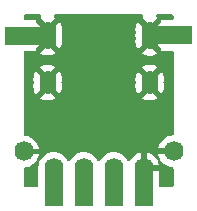
<source format=gbr>
%TF.GenerationSoftware,KiCad,Pcbnew,7.0.1*%
%TF.CreationDate,2023-06-12T18:20:00+05:30*%
%TF.ProjectId,type-C-Breakout,74797065-2d43-42d4-9272-65616b6f7574,rev?*%
%TF.SameCoordinates,Original*%
%TF.FileFunction,Copper,L2,Bot*%
%TF.FilePolarity,Positive*%
%FSLAX46Y46*%
G04 Gerber Fmt 4.6, Leading zero omitted, Abs format (unit mm)*
G04 Created by KiCad (PCBNEW 7.0.1) date 2023-06-12 18:20:00*
%MOMM*%
%LPD*%
G01*
G04 APERTURE LIST*
%TA.AperFunction,CastellatedPad*%
%ADD10R,1.600000X3.200000*%
%TD*%
%TA.AperFunction,ComponentPad*%
%ADD11O,1.600000X1.700000*%
%TD*%
%TA.AperFunction,CastellatedPad*%
%ADD12R,3.200000X1.600000*%
%TD*%
%TA.AperFunction,ComponentPad*%
%ADD13C,1.400000*%
%TD*%
G04 APERTURE END LIST*
D10*
%TO.P,J2,1,Pin_1*%
%TO.N,VCC*%
X129720000Y-99542500D03*
D11*
X129720000Y-97932500D03*
D10*
%TO.P,J2,2,Pin_2*%
%TO.N,USB_DM*%
X132260000Y-99542500D03*
D11*
X132260000Y-97932500D03*
D10*
%TO.P,J2,3,Pin_3*%
%TO.N,USB_DP*%
X134800000Y-99542500D03*
D11*
X134800000Y-97932500D03*
D10*
%TO.P,J2,4,Pin_4*%
%TO.N,GND*%
X137340000Y-99542500D03*
D11*
X137340000Y-97932500D03*
%TD*%
D12*
%TO.P,,4,Pin_4*%
%TO.N,GND*%
X127166202Y-86712260D03*
%TD*%
D13*
%TO.P,J1,S1,SHIELD*%
%TO.N,GND*%
X137835000Y-90995000D03*
X137835000Y-90405000D03*
X137835000Y-87205000D03*
X137835000Y-86700000D03*
X137835000Y-86205000D03*
X129195000Y-90995000D03*
X129195000Y-90405000D03*
X129195000Y-87195000D03*
X129195000Y-86700000D03*
X129195000Y-86205000D03*
%TD*%
D11*
%TO.P,,4,Pin_4*%
%TO.N,GND*%
X127163303Y-96529623D03*
%TD*%
%TO.P,,4,Pin_4*%
%TO.N,GND*%
X139866806Y-96520000D03*
%TD*%
D12*
%TO.P,,4,Pin_4*%
%TO.N,GND*%
X139855966Y-86708435D03*
%TD*%
%TA.AperFunction,Conductor*%
%TO.N,GND*%
G36*
X128607489Y-84941733D02*
G01*
X128652767Y-84986182D01*
X128670131Y-85047209D01*
X128655034Y-85108835D01*
X128611430Y-85154927D01*
X128541671Y-85198119D01*
X129195000Y-85851447D01*
X129195001Y-85851447D01*
X129848327Y-85198119D01*
X129778570Y-85154927D01*
X129734966Y-85108835D01*
X129719869Y-85047208D01*
X129737233Y-84986182D01*
X129782511Y-84941733D01*
X129843848Y-84925500D01*
X137186152Y-84925500D01*
X137247489Y-84941733D01*
X137292767Y-84986182D01*
X137310131Y-85047209D01*
X137295034Y-85108835D01*
X137251430Y-85154927D01*
X137181671Y-85198119D01*
X137835000Y-85851447D01*
X137835001Y-85851447D01*
X138488327Y-85198119D01*
X138418570Y-85154927D01*
X138374966Y-85108835D01*
X138359869Y-85047208D01*
X138377233Y-84986182D01*
X138422511Y-84941733D01*
X138483848Y-84925500D01*
X139740500Y-84925500D01*
X139802500Y-84942113D01*
X139847887Y-84987500D01*
X139864500Y-85049500D01*
X139864500Y-85284435D01*
X139847887Y-85346435D01*
X139802500Y-85391822D01*
X139740500Y-85408435D01*
X138792060Y-85408435D01*
X138800907Y-85417282D01*
X138833001Y-85472870D01*
X138833001Y-85537057D01*
X138800907Y-85592645D01*
X137922681Y-86470872D01*
X137867094Y-86502966D01*
X137802906Y-86502966D01*
X137747319Y-86470872D01*
X136826138Y-85549691D01*
X136826137Y-85549691D01*
X136810368Y-85570574D01*
X136711237Y-85769654D01*
X136650378Y-85983554D01*
X136629859Y-86204999D01*
X136651439Y-86437884D01*
X136648141Y-86438190D01*
X136648141Y-86466810D01*
X136651439Y-86467116D01*
X136629859Y-86700000D01*
X136651439Y-86932885D01*
X136649561Y-86933058D01*
X136649562Y-86971941D01*
X136651439Y-86972115D01*
X136629859Y-87204999D01*
X136650378Y-87426445D01*
X136711238Y-87640347D01*
X136810367Y-87839425D01*
X136826137Y-87860308D01*
X136826138Y-87860308D01*
X137747319Y-86939128D01*
X137802906Y-86907034D01*
X137867094Y-86907034D01*
X137922681Y-86939128D01*
X138800907Y-87817354D01*
X138833001Y-87872941D01*
X138833001Y-87937129D01*
X138800907Y-87992716D01*
X138785188Y-88008434D01*
X138785189Y-88008435D01*
X139740500Y-88008435D01*
X139802500Y-88025048D01*
X139847887Y-88070435D01*
X139864500Y-88132435D01*
X139864500Y-95051611D01*
X139849645Y-95110462D01*
X139808638Y-95155212D01*
X139751306Y-95175139D01*
X139640203Y-95184858D01*
X139420479Y-95243733D01*
X139214325Y-95339865D01*
X139027986Y-95470341D01*
X138867147Y-95631180D01*
X138736671Y-95817519D01*
X138640539Y-96023674D01*
X138581665Y-96243395D01*
X138579337Y-96270000D01*
X139740500Y-96270000D01*
X139802500Y-96286613D01*
X139847887Y-96332000D01*
X139864500Y-96394000D01*
X139864500Y-96646000D01*
X139847887Y-96708000D01*
X139802500Y-96753387D01*
X139740500Y-96770000D01*
X138579337Y-96770000D01*
X138581665Y-96796604D01*
X138640539Y-97016325D01*
X138679577Y-97100042D01*
X138690985Y-97159657D01*
X138682546Y-97186422D01*
X138695261Y-97189241D01*
X138741185Y-97228928D01*
X138867147Y-97408819D01*
X139027986Y-97569658D01*
X139214325Y-97700134D01*
X139420479Y-97796266D01*
X139640203Y-97855141D01*
X139751306Y-97864861D01*
X139808638Y-97884788D01*
X139849645Y-97929538D01*
X139864500Y-97988389D01*
X139864500Y-99405500D01*
X139847887Y-99467500D01*
X139802500Y-99512887D01*
X139740500Y-99529500D01*
X138764000Y-99529500D01*
X138702000Y-99512887D01*
X138656613Y-99467500D01*
X138640000Y-99405500D01*
X138640000Y-98182500D01*
X137214000Y-98182500D01*
X137152000Y-98165887D01*
X137106613Y-98120500D01*
X137090000Y-98058500D01*
X137090000Y-96603628D01*
X137590000Y-96603628D01*
X137590000Y-97682500D01*
X138627468Y-97682500D01*
X138625140Y-97655895D01*
X138566267Y-97436176D01*
X138527228Y-97352458D01*
X138515820Y-97292843D01*
X138524259Y-97266076D01*
X138511544Y-97263258D01*
X138465620Y-97223571D01*
X138339658Y-97043680D01*
X138178819Y-96882841D01*
X137992480Y-96752365D01*
X137786326Y-96656233D01*
X137590000Y-96603628D01*
X137090000Y-96603628D01*
X137089999Y-96603628D01*
X136893673Y-96656233D01*
X136687519Y-96752365D01*
X136501180Y-96882841D01*
X136340341Y-97043680D01*
X136209863Y-97230022D01*
X136182656Y-97288366D01*
X136136899Y-97340541D01*
X136070274Y-97359960D01*
X136003650Y-97340540D01*
X135957893Y-97288365D01*
X135946185Y-97263258D01*
X135930568Y-97229766D01*
X135929981Y-97228928D01*
X135800046Y-97043359D01*
X135639140Y-96882453D01*
X135452735Y-96751932D01*
X135246497Y-96655761D01*
X135026689Y-96596864D01*
X134800000Y-96577031D01*
X134573310Y-96596864D01*
X134353502Y-96655761D01*
X134147264Y-96751932D01*
X133960859Y-96882453D01*
X133799953Y-97043359D01*
X133669433Y-97229763D01*
X133642382Y-97287775D01*
X133596625Y-97339950D01*
X133530000Y-97359369D01*
X133463375Y-97339950D01*
X133417618Y-97287775D01*
X133390568Y-97229766D01*
X133386230Y-97223571D01*
X133260046Y-97043359D01*
X133099140Y-96882453D01*
X132912735Y-96751932D01*
X132706497Y-96655761D01*
X132486689Y-96596864D01*
X132260000Y-96577031D01*
X132033310Y-96596864D01*
X131813502Y-96655761D01*
X131607264Y-96751932D01*
X131420859Y-96882453D01*
X131259953Y-97043359D01*
X131129433Y-97229763D01*
X131102382Y-97287775D01*
X131056625Y-97339950D01*
X130990000Y-97359369D01*
X130923375Y-97339950D01*
X130877618Y-97287775D01*
X130850568Y-97229766D01*
X130846230Y-97223571D01*
X130720046Y-97043359D01*
X130559140Y-96882453D01*
X130372735Y-96751932D01*
X130166497Y-96655761D01*
X129946689Y-96596864D01*
X129720000Y-96577031D01*
X129493310Y-96596864D01*
X129273502Y-96655761D01*
X129067264Y-96751932D01*
X128880859Y-96882453D01*
X128719953Y-97043359D01*
X128589432Y-97229764D01*
X128493261Y-97436002D01*
X128434364Y-97655810D01*
X128419500Y-97825714D01*
X128419500Y-99405500D01*
X128402887Y-99467500D01*
X128357500Y-99512887D01*
X128295500Y-99529500D01*
X127289500Y-99529500D01*
X127227500Y-99512887D01*
X127182113Y-99467500D01*
X127165500Y-99405500D01*
X127165500Y-97998022D01*
X127180355Y-97939171D01*
X127221361Y-97894421D01*
X127278693Y-97874494D01*
X127389905Y-97864764D01*
X127609629Y-97805889D01*
X127815783Y-97709757D01*
X128002122Y-97579281D01*
X128162961Y-97418442D01*
X128293437Y-97232103D01*
X128389569Y-97025948D01*
X128448443Y-96806227D01*
X128450772Y-96779623D01*
X127289500Y-96779623D01*
X127227500Y-96763010D01*
X127182113Y-96717623D01*
X127165500Y-96655623D01*
X127165500Y-96403623D01*
X127182113Y-96341623D01*
X127227500Y-96296236D01*
X127289500Y-96279623D01*
X128450771Y-96279623D01*
X128448443Y-96253018D01*
X128389569Y-96033297D01*
X128293437Y-95827142D01*
X128162961Y-95640803D01*
X128002122Y-95479964D01*
X127815783Y-95349488D01*
X127609629Y-95253356D01*
X127389905Y-95194481D01*
X127278693Y-95184752D01*
X127221361Y-95164825D01*
X127180355Y-95120075D01*
X127165500Y-95061224D01*
X127165500Y-92001881D01*
X128541672Y-92001881D01*
X128657816Y-92073795D01*
X128865198Y-92154135D01*
X129083806Y-92195000D01*
X129306194Y-92195000D01*
X129524801Y-92154135D01*
X129732180Y-92073797D01*
X129848324Y-92001881D01*
X137181672Y-92001881D01*
X137297816Y-92073795D01*
X137505198Y-92154135D01*
X137723806Y-92195000D01*
X137946194Y-92195000D01*
X138164801Y-92154135D01*
X138372180Y-92073797D01*
X138488326Y-92001880D01*
X138488326Y-92001879D01*
X137835001Y-91348553D01*
X137835000Y-91348553D01*
X137181672Y-92001879D01*
X137181672Y-92001881D01*
X129848324Y-92001881D01*
X129848326Y-92001880D01*
X129848326Y-92001879D01*
X129195001Y-91348553D01*
X129195000Y-91348553D01*
X128541672Y-92001879D01*
X128541672Y-92001881D01*
X127165500Y-92001881D01*
X127165500Y-90995000D01*
X127989859Y-90995000D01*
X128010378Y-91216445D01*
X128071238Y-91430347D01*
X128170367Y-91629425D01*
X128186137Y-91650308D01*
X128186138Y-91650308D01*
X129107319Y-90729128D01*
X129157769Y-90699999D01*
X129232229Y-90699999D01*
X129282681Y-90729128D01*
X130203861Y-91650308D01*
X130219632Y-91629424D01*
X130318761Y-91430347D01*
X130379621Y-91216445D01*
X130400140Y-90995000D01*
X136629859Y-90995000D01*
X136650378Y-91216445D01*
X136711238Y-91430347D01*
X136810367Y-91629425D01*
X136826137Y-91650308D01*
X136826138Y-91650308D01*
X137747319Y-90729128D01*
X137797770Y-90699999D01*
X137872230Y-90699999D01*
X137922681Y-90729128D01*
X138843861Y-91650308D01*
X138859632Y-91629424D01*
X138958761Y-91430347D01*
X139019621Y-91216445D01*
X139040140Y-90994999D01*
X139019621Y-90773557D01*
X139008347Y-90733935D01*
X139008348Y-90666061D01*
X139019621Y-90626443D01*
X139040140Y-90405000D01*
X139019621Y-90183554D01*
X138958762Y-89969654D01*
X138859630Y-89770572D01*
X138843860Y-89749690D01*
X137922681Y-90670871D01*
X137872230Y-90699999D01*
X137797770Y-90699999D01*
X137747319Y-90670871D01*
X136826138Y-89749690D01*
X136826137Y-89749691D01*
X136810368Y-89770574D01*
X136711237Y-89969654D01*
X136650378Y-90183554D01*
X136629859Y-90405000D01*
X136650378Y-90626442D01*
X136661652Y-90666065D01*
X136661652Y-90733929D01*
X136650379Y-90773553D01*
X136629859Y-90995000D01*
X130400140Y-90995000D01*
X130400140Y-90994999D01*
X130379621Y-90773557D01*
X130368347Y-90733935D01*
X130368348Y-90666061D01*
X130379621Y-90626443D01*
X130400140Y-90405000D01*
X130379621Y-90183554D01*
X130318762Y-89969654D01*
X130219630Y-89770572D01*
X130203860Y-89749690D01*
X129282680Y-90670871D01*
X129232229Y-90699999D01*
X129157769Y-90699999D01*
X129107318Y-90670871D01*
X128186138Y-89749691D01*
X128186137Y-89749691D01*
X128170368Y-89770574D01*
X128071237Y-89969654D01*
X128010378Y-90183554D01*
X127989859Y-90405000D01*
X128010378Y-90626442D01*
X128021652Y-90666065D01*
X128021652Y-90733929D01*
X128010379Y-90773553D01*
X127989859Y-90995000D01*
X127165500Y-90995000D01*
X127165500Y-89398119D01*
X128541671Y-89398119D01*
X129195000Y-90051447D01*
X129195001Y-90051447D01*
X129848327Y-89398119D01*
X137181671Y-89398119D01*
X137835000Y-90051447D01*
X137835001Y-90051447D01*
X138488327Y-89398119D01*
X138372179Y-89326202D01*
X138164801Y-89245864D01*
X137946194Y-89205000D01*
X137723806Y-89205000D01*
X137505198Y-89245864D01*
X137297821Y-89326202D01*
X137181671Y-89398119D01*
X129848327Y-89398119D01*
X129732179Y-89326202D01*
X129524801Y-89245864D01*
X129306194Y-89205000D01*
X129083806Y-89205000D01*
X128865198Y-89245864D01*
X128657821Y-89326202D01*
X128541671Y-89398119D01*
X127165500Y-89398119D01*
X127165500Y-88201881D01*
X128541672Y-88201881D01*
X128657816Y-88273795D01*
X128865198Y-88354135D01*
X129083806Y-88395000D01*
X129306194Y-88395000D01*
X129524801Y-88354135D01*
X129732180Y-88273797D01*
X129832174Y-88211881D01*
X137181672Y-88211881D01*
X137297816Y-88283795D01*
X137505198Y-88364135D01*
X137723806Y-88405000D01*
X137946194Y-88405000D01*
X138164801Y-88364135D01*
X138372180Y-88283797D01*
X138488326Y-88211880D01*
X138488326Y-88211879D01*
X137835001Y-87558553D01*
X137835000Y-87558553D01*
X137181672Y-88211879D01*
X137181672Y-88211881D01*
X129832174Y-88211881D01*
X129848326Y-88201880D01*
X129848326Y-88201879D01*
X129195001Y-87548553D01*
X129195000Y-87548553D01*
X128541672Y-88201879D01*
X128541672Y-88201881D01*
X127165500Y-88201881D01*
X127165500Y-88136260D01*
X127182113Y-88074260D01*
X127227500Y-88028873D01*
X127289500Y-88012260D01*
X128258635Y-88012260D01*
X128229092Y-87982717D01*
X128196998Y-87927129D01*
X128196998Y-87862942D01*
X128229092Y-87807354D01*
X129107319Y-86929128D01*
X129162906Y-86897034D01*
X129227094Y-86897034D01*
X129282681Y-86929128D01*
X130203861Y-87850308D01*
X130219632Y-87829424D01*
X130318761Y-87630347D01*
X130379621Y-87416445D01*
X130400140Y-87194999D01*
X130378561Y-86962114D01*
X130381865Y-86961807D01*
X130381866Y-86933193D01*
X130378561Y-86932887D01*
X130400140Y-86700000D01*
X130378561Y-86467113D01*
X130381866Y-86466806D01*
X130381868Y-86438193D01*
X130378561Y-86437887D01*
X130400140Y-86205000D01*
X130379621Y-85983554D01*
X130318762Y-85769654D01*
X130219630Y-85570572D01*
X130203860Y-85549690D01*
X129282680Y-86470871D01*
X129227093Y-86502965D01*
X129162905Y-86502965D01*
X129107318Y-86470871D01*
X128229092Y-85592645D01*
X128196998Y-85537057D01*
X128196999Y-85472869D01*
X128229093Y-85417281D01*
X128234114Y-85412260D01*
X127289500Y-85412260D01*
X127227500Y-85395647D01*
X127182113Y-85350260D01*
X127165500Y-85288260D01*
X127165500Y-85049500D01*
X127182113Y-84987500D01*
X127227500Y-84942113D01*
X127289500Y-84925500D01*
X128546152Y-84925500D01*
X128607489Y-84941733D01*
G37*
%TD.AperFunction*%
%TD*%
M02*

</source>
